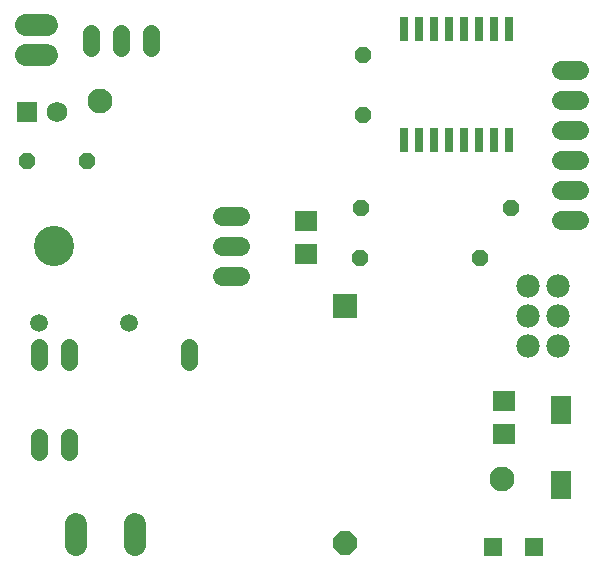
<source format=gts>
G04 EAGLE Gerber RS-274X export*
G75*
%MOMM*%
%FSLAX34Y34*%
%LPD*%
%INTop Solder Mask*%
%IPPOS*%
%AMOC8*
5,1,8,0,0,1.08239X$1,22.5*%
G01*
%ADD10C,2.101600*%
%ADD11C,1.509600*%
%ADD12C,1.422400*%
%ADD13P,1.539592X8X202.500000*%
%ADD14C,1.892300*%
%ADD15C,1.409600*%
%ADD16C,1.625600*%
%ADD17C,3.403600*%
%ADD18P,1.539592X8X22.500000*%
%ADD19C,1.901600*%
%ADD20R,1.752600X1.752600*%
%ADD21C,1.752600*%
%ADD22R,2.032000X2.032000*%
%ADD23P,2.199416X8X22.500000*%
%ADD24R,0.635000X2.082800*%
%ADD25R,1.904600X1.701600*%
%ADD26R,1.601600X1.601600*%
%ADD27C,1.981200*%
%ADD28R,1.701600X2.401600*%
%ADD29P,1.539592X8X292.500000*%


D10*
X419680Y90020D03*
X79680Y410020D03*
D11*
X27780Y222180D03*
X103980Y222180D03*
D12*
X122880Y455136D02*
X122880Y468344D01*
X72080Y468344D02*
X72080Y455136D01*
X97480Y455136D02*
X97480Y468344D01*
D13*
X401080Y277260D03*
X299480Y277260D03*
X426960Y319640D03*
X299960Y319640D03*
D14*
X58820Y52134D02*
X58820Y34227D01*
X108820Y34227D02*
X108820Y52134D01*
D15*
X27940Y112840D02*
X27940Y125920D01*
X53340Y125920D02*
X53340Y112840D01*
X154940Y189040D02*
X154940Y202120D01*
X27940Y202120D02*
X27940Y189040D01*
X53340Y189040D02*
X53340Y202120D01*
D16*
X182880Y262320D02*
X198120Y262320D01*
X198120Y287720D02*
X182880Y287720D01*
X182880Y313120D02*
X198120Y313120D01*
D17*
X40640Y287720D03*
D18*
X17400Y359520D03*
X68200Y359520D03*
D19*
X34400Y449480D02*
X16400Y449480D01*
X16400Y474880D02*
X34400Y474880D01*
D20*
X17880Y400700D03*
D21*
X43280Y400700D03*
D16*
X469900Y309880D02*
X485140Y309880D01*
X485140Y335280D02*
X469900Y335280D01*
X469900Y360680D02*
X485140Y360680D01*
X485140Y386080D02*
X469900Y386080D01*
X469900Y411480D02*
X485140Y411480D01*
X485140Y436880D02*
X469900Y436880D01*
D22*
X287020Y236520D03*
D23*
X287020Y36520D03*
D24*
X336550Y377317D03*
X349250Y377317D03*
X361950Y377317D03*
X374650Y377317D03*
X387350Y377317D03*
X400050Y377317D03*
X412750Y377317D03*
X425450Y377317D03*
X425450Y471043D03*
X412750Y471043D03*
X400050Y471043D03*
X387350Y471043D03*
X374650Y471043D03*
X361950Y471043D03*
X349250Y471043D03*
X336550Y471043D03*
D25*
X254000Y308860D03*
X254000Y280420D03*
D26*
X446760Y33020D03*
X411760Y33020D03*
D27*
X467360Y203200D03*
X441960Y203200D03*
X467360Y228600D03*
X441960Y228600D03*
X467360Y254000D03*
X441960Y254000D03*
D28*
X469900Y148340D03*
X469900Y85340D03*
D25*
X421640Y128020D03*
X421640Y156460D03*
D29*
X302260Y449580D03*
X302260Y398780D03*
M02*

</source>
